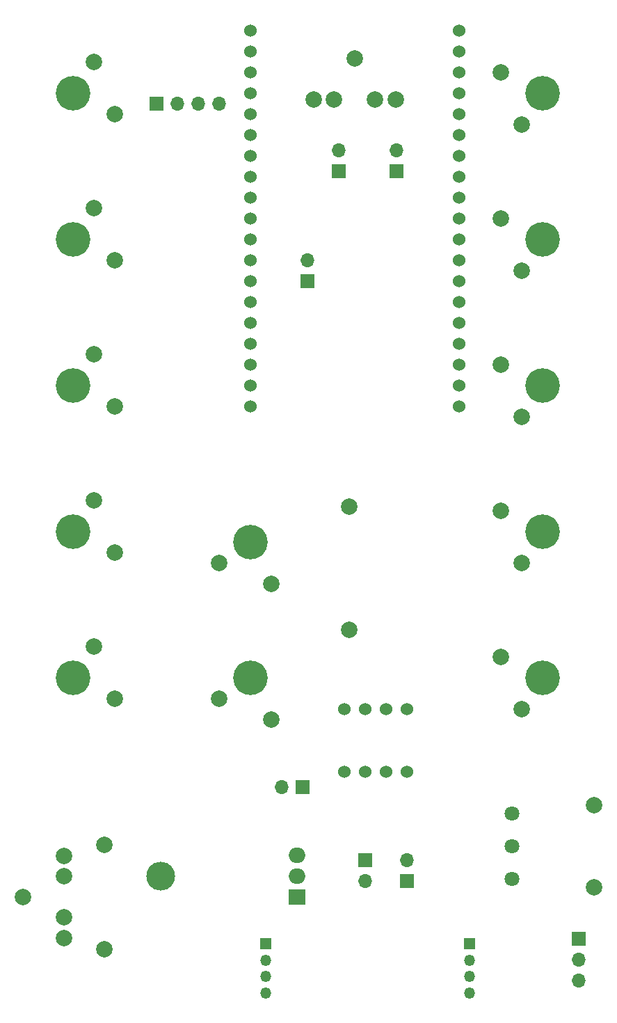
<source format=gbs>
G04 #@! TF.GenerationSoftware,KiCad,Pcbnew,(5.1.8)-1*
G04 #@! TF.CreationDate,2021-04-09T23:43:51+09:00*
G04 #@! TF.ProjectId,windsynyh5,77696e64-7379-46e7-9968-352e6b696361,rev?*
G04 #@! TF.SameCoordinates,Original*
G04 #@! TF.FileFunction,Soldermask,Bot*
G04 #@! TF.FilePolarity,Negative*
%FSLAX46Y46*%
G04 Gerber Fmt 4.6, Leading zero omitted, Abs format (unit mm)*
G04 Created by KiCad (PCBNEW (5.1.8)-1) date 2021-04-09 23:43:51*
%MOMM*%
%LPD*%
G01*
G04 APERTURE LIST*
%ADD10C,2.000000*%
%ADD11O,3.500000X3.500000*%
%ADD12R,2.000000X1.905000*%
%ADD13O,2.000000X1.905000*%
%ADD14C,1.800000*%
%ADD15C,1.524000*%
%ADD16C,4.200000*%
%ADD17R,1.700000X1.700000*%
%ADD18O,1.700000X1.700000*%
%ADD19R,1.350000X1.350000*%
%ADD20O,1.350000X1.350000*%
G04 APERTURE END LIST*
D10*
G04 #@! TO.C,HEADPHONE*
X117650000Y-162005000D03*
X117650000Y-164505000D03*
X117650000Y-169505000D03*
X117650000Y-172005000D03*
X112650000Y-167005000D03*
G04 #@! TD*
G04 #@! TO.C,TRS-MIDI*
X158035000Y-70025000D03*
X155535000Y-70025000D03*
X150535000Y-70025000D03*
X148035000Y-70025000D03*
X153035000Y-65025000D03*
G04 #@! TD*
G04 #@! TO.C,BATTERY (\u002A)*
X122555000Y-160655000D03*
X122555000Y-173355000D03*
G04 #@! TD*
D11*
G04 #@! TO.C,L7805*
X129390000Y-164465000D03*
D12*
X146050000Y-167005000D03*
D13*
X146050000Y-164465000D03*
X146050000Y-161925000D03*
G04 #@! TD*
D10*
G04 #@! TO.C,VOLUME*
X182205000Y-165845000D03*
D14*
X172205000Y-164845000D03*
X172205000Y-160845000D03*
X172205000Y-156845000D03*
D10*
X182205000Y-155845000D03*
G04 #@! TD*
D15*
G04 #@! TO.C,ESP32-DEVKIT-C (\u002A)*
X140335000Y-84455000D03*
X165735000Y-84455000D03*
X140335000Y-86995000D03*
X140335000Y-89535000D03*
X140335000Y-92075000D03*
X140335000Y-94615000D03*
X140335000Y-97155000D03*
X140335000Y-81915000D03*
X140335000Y-79375000D03*
X140335000Y-76835000D03*
X140335000Y-74295000D03*
X140335000Y-71755000D03*
X140335000Y-69215000D03*
X140335000Y-66675000D03*
X140335000Y-99695000D03*
X140335000Y-102235000D03*
X140335000Y-64135000D03*
X140335000Y-104775000D03*
X140335000Y-107315000D03*
X140335000Y-61595000D03*
X165735000Y-61595000D03*
X165735000Y-64135000D03*
X165735000Y-66675000D03*
X165735000Y-69215000D03*
X165735000Y-71755000D03*
X165735000Y-74295000D03*
X165735000Y-76835000D03*
X165735000Y-79375000D03*
X165735000Y-81915000D03*
X165735000Y-86995000D03*
X165735000Y-89535000D03*
X165735000Y-92075000D03*
X165735000Y-94615000D03*
X165735000Y-97155000D03*
X165735000Y-99695000D03*
X165735000Y-102235000D03*
X165735000Y-104775000D03*
X165735000Y-107315000D03*
G04 #@! TD*
D10*
G04 #@! TO.C,KeyLowC#*
X121285000Y-65405000D03*
X123825000Y-71755000D03*
D16*
X118745000Y-69215000D03*
G04 #@! TD*
D10*
G04 #@! TO.C,KeyG#*
X121285000Y-83185000D03*
X123825000Y-89535000D03*
D16*
X118745000Y-86995000D03*
G04 #@! TD*
D10*
G04 #@! TO.C,KeyG*
X121285000Y-100965000D03*
X123825000Y-107315000D03*
D16*
X118745000Y-104775000D03*
G04 #@! TD*
D10*
G04 #@! TO.C,KeyA*
X121285000Y-118745000D03*
X123825000Y-125095000D03*
D16*
X118745000Y-122555000D03*
G04 #@! TD*
D10*
G04 #@! TO.C,KeyB*
X121285000Y-136525000D03*
X123825000Y-142875000D03*
D16*
X118745000Y-140335000D03*
G04 #@! TD*
D10*
G04 #@! TO.C,KeyLowC*
X173355000Y-73025000D03*
X170815000Y-66675000D03*
D16*
X175895000Y-69215000D03*
G04 #@! TD*
D10*
G04 #@! TO.C,KeyEb*
X173355000Y-90805000D03*
X170815000Y-84455000D03*
D16*
X175895000Y-86995000D03*
G04 #@! TD*
D10*
G04 #@! TO.C,KeyD*
X173355000Y-108585000D03*
X170815000Y-102235000D03*
D16*
X175895000Y-104775000D03*
G04 #@! TD*
D10*
G04 #@! TO.C,KeyE*
X173355000Y-126365000D03*
X170815000Y-120015000D03*
D16*
X175895000Y-122555000D03*
G04 #@! TD*
D10*
G04 #@! TO.C,KeyF*
X173355000Y-144145000D03*
X170815000Y-137795000D03*
D16*
X175895000Y-140335000D03*
G04 #@! TD*
D10*
G04 #@! TO.C,KeyUP*
X136525000Y-142875000D03*
X142875000Y-145415000D03*
D16*
X140335000Y-140335000D03*
G04 #@! TD*
D10*
G04 #@! TO.C,KeyDown*
X136525000Y-126365000D03*
X142875000Y-128905000D03*
D16*
X140335000Y-123825000D03*
G04 #@! TD*
D15*
G04 #@! TO.C,AE-PAM8012*
X151765000Y-151765000D03*
X154305000Y-151765000D03*
X156845000Y-151765000D03*
X159385000Y-151765000D03*
X151765000Y-144145000D03*
X154305000Y-144145000D03*
X156845000Y-144145000D03*
X159385000Y-144145000D03*
G04 #@! TD*
D17*
G04 #@! TO.C,LED*
X147320000Y-92075000D03*
D18*
X147320000Y-89535000D03*
G04 #@! TD*
D17*
G04 #@! TO.C,R1*
X154305000Y-162560000D03*
D18*
X154305000Y-165100000D03*
G04 #@! TD*
D17*
G04 #@! TO.C,R2*
X158115000Y-78740000D03*
D18*
X158115000Y-76200000D03*
G04 #@! TD*
D17*
G04 #@! TO.C,R3*
X151130000Y-78740000D03*
D18*
X151130000Y-76200000D03*
G04 #@! TD*
D17*
G04 #@! TO.C,C1*
X159385000Y-165100000D03*
D18*
X159385000Y-162560000D03*
G04 #@! TD*
D17*
G04 #@! TO.C,EXT*
X128905000Y-70485000D03*
D18*
X131445000Y-70485000D03*
X133985000Y-70485000D03*
X136525000Y-70485000D03*
G04 #@! TD*
D10*
G04 #@! TO.C,SPEAKER (\u002A)*
X152400000Y-134500000D03*
X152400000Y-119500000D03*
G04 #@! TD*
D19*
G04 #@! TO.C,SENSOR*
X167005000Y-172720000D03*
D20*
X167005000Y-174720000D03*
X167005000Y-176720000D03*
X167005000Y-178720000D03*
G04 #@! TD*
D19*
G04 #@! TO.C,I2C*
X142240000Y-172720000D03*
D20*
X142240000Y-174720000D03*
X142240000Y-176720000D03*
X142240000Y-178720000D03*
G04 #@! TD*
D17*
G04 #@! TO.C,SW1*
X180340000Y-172085000D03*
D18*
X180340000Y-174625000D03*
X180340000Y-177165000D03*
G04 #@! TD*
D17*
G04 #@! TO.C,D2*
X146685000Y-153670000D03*
D18*
X144145000Y-153670000D03*
G04 #@! TD*
M02*

</source>
